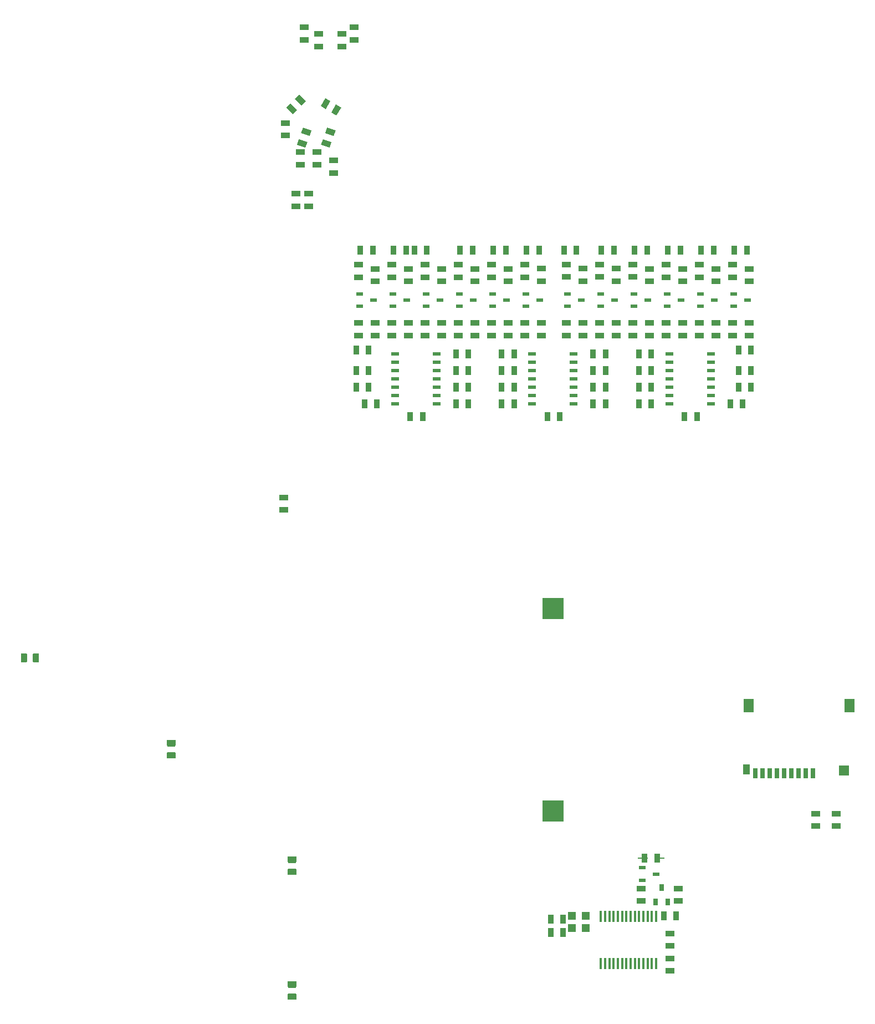
<source format=gbp>
G04 (created by PCBNEW (2013-07-07 BZR 4022)-stable) date 10/09/2014 21:54:22*
%MOIN*%
G04 Gerber Fmt 3.4, Leading zero omitted, Abs format*
%FSLAX34Y34*%
G01*
G70*
G90*
G04 APERTURE LIST*
%ADD10C,0.00393701*%
%ADD11R,0.055X0.035*%
%ADD12R,0.129528X0.129528*%
%ADD13R,0.0394X0.0236*%
%ADD14R,0.035X0.055*%
%ADD15R,0.045X0.02*%
%ADD16R,0.016X0.065*%
%ADD17R,0.03X0.06*%
%ADD18R,0.04X0.06*%
%ADD19R,0.06X0.08*%
%ADD20R,0.06X0.06*%
%ADD21R,0.045X0.025*%
%ADD22R,0.025X0.045*%
%ADD23R,0.0315X0.0394*%
%ADD24R,0.0472X0.0472*%
%ADD25R,0.06X0.008*%
G04 APERTURE END LIST*
G54D10*
G54D11*
X68500Y-45875D03*
X68500Y-46625D03*
G54D12*
X84700Y-52537D03*
X84700Y-64730D03*
G54D11*
X69250Y-27625D03*
X69250Y-28375D03*
G54D10*
G36*
X69679Y-23639D02*
X70196Y-23827D01*
X70076Y-24156D01*
X69559Y-23968D01*
X69679Y-23639D01*
X69679Y-23639D01*
G37*
G36*
X69423Y-24343D02*
X69940Y-24531D01*
X69820Y-24860D01*
X69303Y-24672D01*
X69423Y-24343D01*
X69423Y-24343D01*
G37*
G36*
X69444Y-21666D02*
X69833Y-22055D01*
X69585Y-22303D01*
X69196Y-21914D01*
X69444Y-21666D01*
X69444Y-21666D01*
G37*
G36*
X68914Y-22196D02*
X69303Y-22585D01*
X69055Y-22833D01*
X68666Y-22444D01*
X68914Y-22196D01*
X68914Y-22196D01*
G37*
G36*
X70736Y-22363D02*
X71011Y-21886D01*
X71314Y-22061D01*
X71039Y-22538D01*
X70736Y-22363D01*
X70736Y-22363D01*
G37*
G36*
X71385Y-22738D02*
X71660Y-22261D01*
X71963Y-22436D01*
X71688Y-22913D01*
X71385Y-22738D01*
X71385Y-22738D01*
G37*
G36*
X71129Y-23639D02*
X71646Y-23827D01*
X71526Y-24156D01*
X71009Y-23968D01*
X71129Y-23639D01*
X71129Y-23639D01*
G37*
G36*
X70873Y-24343D02*
X71390Y-24531D01*
X71270Y-24860D01*
X70753Y-24672D01*
X70873Y-24343D01*
X70873Y-24343D01*
G37*
G54D11*
X69500Y-25125D03*
X69500Y-25875D03*
X68600Y-23375D03*
X68600Y-24125D03*
X71500Y-25625D03*
X71500Y-26375D03*
X70500Y-25125D03*
X70500Y-25875D03*
X70000Y-28375D03*
X70000Y-27625D03*
G54D13*
X91584Y-34382D03*
X92416Y-34007D03*
X91584Y-33632D03*
X77084Y-34382D03*
X77916Y-34007D03*
X77084Y-33632D03*
X79084Y-34382D03*
X79916Y-34007D03*
X79084Y-33632D03*
X93584Y-34382D03*
X94416Y-34007D03*
X93584Y-33632D03*
X89584Y-34382D03*
X90416Y-34007D03*
X89584Y-33632D03*
X95584Y-34382D03*
X96416Y-34007D03*
X95584Y-33632D03*
X85584Y-34382D03*
X86416Y-34007D03*
X85584Y-33632D03*
X87584Y-34382D03*
X88416Y-34007D03*
X87584Y-33632D03*
X81084Y-34382D03*
X81916Y-34007D03*
X81084Y-33632D03*
X83084Y-34382D03*
X83916Y-34007D03*
X83084Y-33632D03*
X75084Y-34382D03*
X75916Y-34007D03*
X75084Y-33632D03*
X73084Y-34382D03*
X73916Y-34007D03*
X73084Y-33632D03*
G54D14*
X92625Y-41007D03*
X93375Y-41007D03*
X76875Y-41007D03*
X76125Y-41007D03*
X84375Y-41007D03*
X85125Y-41007D03*
X96625Y-39250D03*
X95875Y-39250D03*
X95375Y-40257D03*
X96125Y-40257D03*
X95625Y-31007D03*
X96375Y-31007D03*
X96625Y-38250D03*
X95875Y-38250D03*
X95875Y-37000D03*
X96625Y-37000D03*
X93625Y-31007D03*
X94375Y-31007D03*
X89875Y-38257D03*
X90625Y-38257D03*
X90625Y-37257D03*
X89875Y-37257D03*
X91625Y-31007D03*
X92375Y-31007D03*
X89625Y-31007D03*
X90375Y-31007D03*
X90625Y-40257D03*
X89875Y-40257D03*
X89875Y-39257D03*
X90625Y-39257D03*
G54D11*
X96500Y-35382D03*
X96500Y-36132D03*
X95500Y-31882D03*
X95500Y-32632D03*
X93500Y-35382D03*
X93500Y-36132D03*
X95500Y-35382D03*
X95500Y-36132D03*
X94500Y-35382D03*
X94500Y-36132D03*
X93500Y-31882D03*
X93500Y-32632D03*
X92500Y-35382D03*
X92500Y-36132D03*
X91500Y-31882D03*
X91500Y-32632D03*
X90500Y-35382D03*
X90500Y-36132D03*
G54D14*
X87875Y-39257D03*
X87125Y-39257D03*
G54D11*
X86500Y-35382D03*
X86500Y-36132D03*
X88500Y-35382D03*
X88500Y-36132D03*
X94500Y-32132D03*
X94500Y-32882D03*
X96500Y-32132D03*
X96500Y-32882D03*
G54D14*
X87625Y-31007D03*
X88375Y-31007D03*
X87125Y-40257D03*
X87875Y-40257D03*
X79625Y-39257D03*
X78875Y-39257D03*
X78875Y-40257D03*
X79625Y-40257D03*
X79125Y-31007D03*
X79875Y-31007D03*
X77125Y-31000D03*
X76375Y-31000D03*
X78875Y-37257D03*
X79625Y-37257D03*
X79625Y-38257D03*
X78875Y-38257D03*
G54D11*
X80000Y-35382D03*
X80000Y-36132D03*
X79000Y-35382D03*
X79000Y-36132D03*
X79000Y-31882D03*
X79000Y-32632D03*
X78000Y-35382D03*
X78000Y-36132D03*
X77000Y-35382D03*
X77000Y-36132D03*
X77000Y-31882D03*
X77000Y-32632D03*
X91500Y-35382D03*
X91500Y-36132D03*
X89500Y-35382D03*
X89500Y-36132D03*
X87500Y-35382D03*
X87500Y-36132D03*
X85500Y-35382D03*
X85500Y-36132D03*
G54D14*
X85375Y-31007D03*
X86125Y-31007D03*
G54D11*
X81000Y-35382D03*
X81000Y-36132D03*
X83000Y-35382D03*
X83000Y-36132D03*
G54D14*
X82375Y-37257D03*
X81625Y-37257D03*
X81625Y-38257D03*
X82375Y-38257D03*
G54D11*
X81000Y-31882D03*
X81000Y-32632D03*
X82000Y-35382D03*
X82000Y-36132D03*
X83000Y-31882D03*
X83000Y-32632D03*
X84000Y-35382D03*
X84000Y-36132D03*
G54D14*
X81625Y-39257D03*
X82375Y-39257D03*
X82375Y-40257D03*
X81625Y-40257D03*
X81125Y-31007D03*
X81875Y-31007D03*
X83125Y-31007D03*
X83875Y-31007D03*
G54D11*
X92500Y-32132D03*
X92500Y-32882D03*
X90500Y-32132D03*
X90500Y-32882D03*
X78000Y-32132D03*
X78000Y-32882D03*
X80000Y-32132D03*
X80000Y-32882D03*
X82000Y-32132D03*
X82000Y-32882D03*
G54D14*
X87125Y-37257D03*
X87875Y-37257D03*
X87875Y-38257D03*
X87125Y-38257D03*
X72875Y-38250D03*
X73625Y-38250D03*
X73625Y-37000D03*
X72875Y-37000D03*
X75125Y-31007D03*
X75875Y-31007D03*
X73125Y-31007D03*
X73875Y-31007D03*
X74125Y-40257D03*
X73375Y-40257D03*
X72875Y-39250D03*
X73625Y-39250D03*
G54D11*
X76000Y-35382D03*
X76000Y-36132D03*
X75000Y-35382D03*
X75000Y-36132D03*
X75000Y-31882D03*
X75000Y-32632D03*
X74000Y-35382D03*
X74000Y-36132D03*
X73000Y-35382D03*
X73000Y-36132D03*
X73000Y-31882D03*
X73000Y-32632D03*
X74000Y-32132D03*
X74000Y-32882D03*
X76000Y-32132D03*
X76000Y-32882D03*
G54D15*
X91700Y-40257D03*
X91700Y-39757D03*
X91700Y-39257D03*
X91700Y-38757D03*
X91700Y-38257D03*
X91700Y-37757D03*
X91700Y-37257D03*
X94200Y-37257D03*
X94200Y-37757D03*
X94200Y-38757D03*
X94200Y-39257D03*
X94200Y-39757D03*
X94200Y-40257D03*
X94200Y-38257D03*
X83450Y-40257D03*
X83450Y-39757D03*
X83450Y-39257D03*
X83450Y-38757D03*
X83450Y-38257D03*
X83450Y-37757D03*
X83450Y-37257D03*
X85950Y-37257D03*
X85950Y-37757D03*
X85950Y-38757D03*
X85950Y-39257D03*
X85950Y-39757D03*
X85950Y-40257D03*
X85950Y-38257D03*
X75200Y-40257D03*
X75200Y-39757D03*
X75200Y-39257D03*
X75200Y-38757D03*
X75200Y-38257D03*
X75200Y-37757D03*
X75200Y-37257D03*
X77700Y-37257D03*
X77700Y-37757D03*
X77700Y-38757D03*
X77700Y-39257D03*
X77700Y-39757D03*
X77700Y-40257D03*
X77700Y-38257D03*
G54D11*
X91750Y-72075D03*
X91750Y-72825D03*
X91750Y-74325D03*
X91750Y-73575D03*
G54D16*
X89122Y-71033D03*
X89378Y-71033D03*
X89634Y-71033D03*
X89890Y-71033D03*
X88354Y-73867D03*
X88354Y-71033D03*
X88610Y-71033D03*
X88866Y-71033D03*
X90146Y-73867D03*
X89890Y-73867D03*
X89634Y-73867D03*
X89378Y-73867D03*
X89122Y-73867D03*
X88866Y-73867D03*
X90146Y-71033D03*
X88610Y-73867D03*
X88098Y-73867D03*
X87843Y-73867D03*
X87587Y-73867D03*
X87587Y-71033D03*
X87843Y-71033D03*
X88098Y-71033D03*
X90402Y-71033D03*
X90657Y-71033D03*
X90913Y-71033D03*
X90913Y-73867D03*
X90657Y-73867D03*
X90402Y-73867D03*
G54D17*
X100332Y-62450D03*
X99899Y-62450D03*
X99466Y-62450D03*
X99033Y-62450D03*
X98600Y-62450D03*
X98166Y-62450D03*
X97733Y-62450D03*
X97300Y-62450D03*
X96867Y-62450D03*
G54D18*
X96337Y-62213D03*
G54D19*
X96474Y-58366D03*
X102537Y-58366D03*
G54D20*
X102214Y-62295D03*
G54D11*
X89500Y-31875D03*
X89500Y-32625D03*
X87500Y-31875D03*
X87500Y-32625D03*
X85500Y-31875D03*
X85500Y-32625D03*
X88500Y-32125D03*
X88500Y-32875D03*
X86500Y-32125D03*
X86500Y-32875D03*
X84000Y-32125D03*
X84000Y-32875D03*
X70600Y-18025D03*
X70600Y-18775D03*
X72000Y-18025D03*
X72000Y-18775D03*
X101750Y-65625D03*
X101750Y-64875D03*
X100500Y-65625D03*
X100500Y-64875D03*
X69000Y-75875D03*
X69000Y-75125D03*
G54D21*
X69000Y-75800D03*
X69000Y-75200D03*
G54D11*
X69000Y-68375D03*
X69000Y-67625D03*
G54D21*
X69000Y-68300D03*
X69000Y-67700D03*
G54D11*
X61750Y-61375D03*
X61750Y-60625D03*
G54D21*
X61750Y-61300D03*
X61750Y-60700D03*
G54D14*
X52875Y-55500D03*
X53625Y-55500D03*
G54D22*
X52950Y-55500D03*
X53550Y-55500D03*
G54D23*
X91250Y-69317D03*
X90875Y-70183D03*
X91625Y-70183D03*
G54D13*
X90084Y-68875D03*
X90916Y-68500D03*
X90084Y-68125D03*
G54D14*
X84575Y-71200D03*
X85325Y-71200D03*
X84575Y-72000D03*
X85325Y-72000D03*
G54D11*
X90000Y-69375D03*
X90000Y-70125D03*
G54D14*
X92125Y-71000D03*
X91375Y-71000D03*
G54D11*
X92250Y-70125D03*
X92250Y-69375D03*
G54D24*
X85837Y-71000D03*
X86663Y-71000D03*
X85837Y-71750D03*
X86663Y-71750D03*
G54D25*
X90100Y-67550D03*
G54D14*
X90975Y-67550D03*
X90225Y-67550D03*
G54D25*
X91100Y-67550D03*
G54D11*
X69750Y-17625D03*
X69750Y-18375D03*
X72750Y-17625D03*
X72750Y-18375D03*
M02*

</source>
